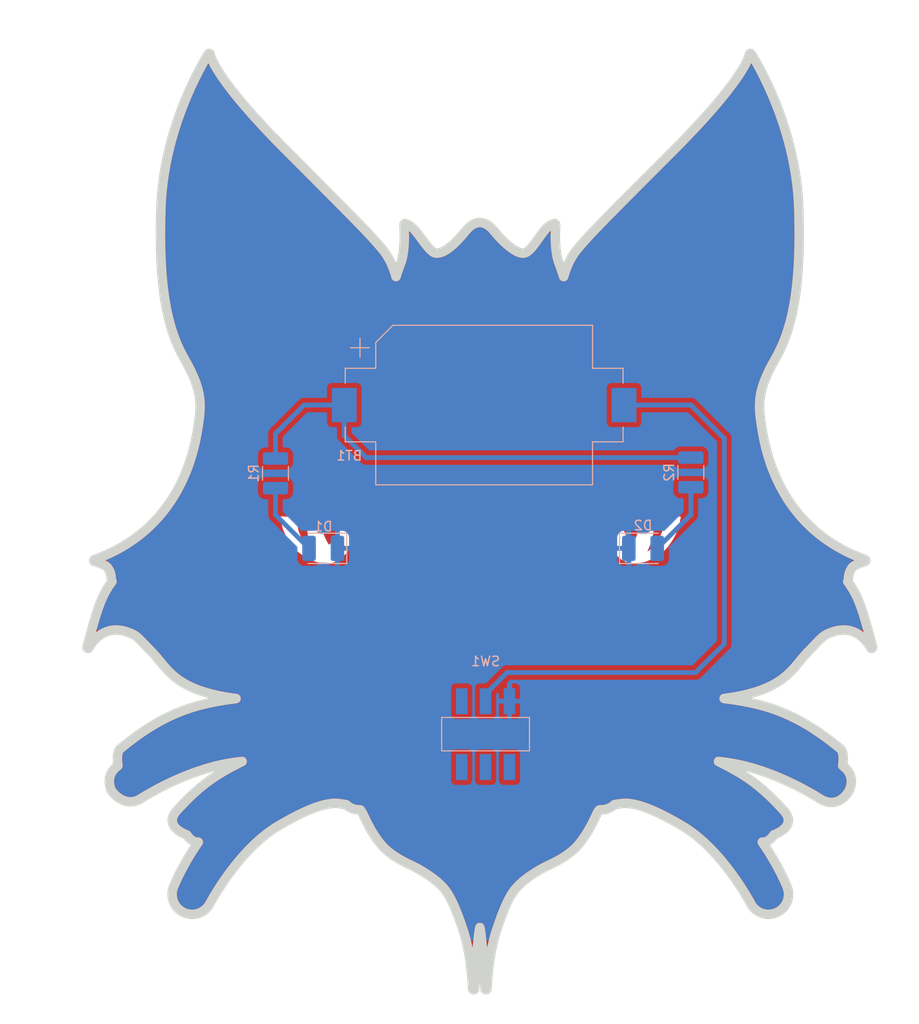
<source format=kicad_pcb>
(kicad_pcb (version 20211014) (generator pcbnew)
  (title_block (title "Lynx") (date "2023-09-25") (rev "V 1.3") (company "Kaulquappe05"))
  (layers (0 "F.Cu" signal) (31 "B.Cu" signal) (34 "B.Paste" user) (35 "F.Paste" user) (36 "B.SilkS" user "B.Silkscreen") (37 "F.SilkS" user "F.Silkscreen") (38 "B.Mask" user) (39 "F.Mask" user) (44 "Edge.Cuts" user))
  (net 0 "")
  (net 1 "+3V0")
  (net 2 "Net-(BT1-Pad2)")
  (net 3 "GND")
  (net 4 "Net-(D1-Pad2)")
  (net 5 "Net-(D2-Pad2)")
  (footprint "Graphics" (layer "F.Cu") (at 29.4 30.2)
    (fp_text reference "")
    (fp_text value "")
  )
  (footprint "Graphics" (layer "F.Cu") (at 29.4 30.2)
    (fp_text reference "")
    (fp_text value "")
  )
  (footprint "MSS22D18G2:MSS22D18G2" (layer "B.Cu") (at 80 102.45 180)
    (fp_text reference "SW1")
    (fp_text value "SW_DPDT_x2")
  )
  (footprint "LED_SMD:LED_1210_3225Metric_Pad1.42x2.65mm_HandSolder" (layer "B.Cu") (at 63 83 180)
    (fp_text reference "D1")
    (fp_text value "LED")
  )
  (footprint "LED_SMD:LED_1210_3225Metric_Pad1.42x2.65mm_HandSolder" (layer "B.Cu") (at 96.4875 83)
    (fp_text reference "D2")
    (fp_text value "LED")
  )
  (footprint "Battery:BatteryHolder_Keystone_1060_1x2032" (layer "B.Cu") (at 79.85 68)
    (fp_text reference "BT1")
    (fp_text value "Battery_Cell")
  )
  (footprint "Resistor_SMD:R_1210_3225Metric_Pad1.30x2.65mm_HandSolder" (layer "B.Cu") (at 58 75.15 -90)
    (fp_text reference "R1")
    (fp_text value "200")
  )
  (footprint "Resistor_SMD:R_1210_3225Metric_Pad1.30x2.65mm_HandSolder" (layer "B.Cu") (at 101.5 75.05 -90)
    (fp_text reference "R2")
    (fp_text value "200")
  )
  (gr_poly (pts (xy 40.88 86.463) (xy 40.852 86.428) (xy 40.834 86.383) (xy 40.82 86.32) (xy 40.816 86.29) (xy 40.81 86.22) (xy 40.803 86.137) (xy 40.795 86.041) (xy 40.782 85.935) (xy 40.763 85.819) (xy 40.736 85.696) (xy 40.699 85.566) (xy 40.649 85.432) (xy 40.585 85.294) (xy 40.505 85.154) (xy 40.435 85.052) (xy 40.363 84.97) (xy 40.276 84.894) (xy 40.176 84.824) (xy 40.066 84.759) (xy 39.95 84.699) (xy 39.85 84.653) (xy 39.735 84.605) (xy 39.622 84.561) (xy 39.512 84.522) (xy 39.409 84.487) (xy 39.313 84.456) (xy 39.227 84.43) (xy 39.154 84.408) (xy 39.096 84.391) (xy 39.054 84.378) (xy 39.049 84.376) (xy 39.012 84.359) (xy 38.989 84.335) (xy 38.977 84.31) (xy 38.972 84.287) (xy 38.972 84.285) (xy 38.974 84.253) (xy 38.988 84.219) (xy 38.994 84.211) (xy 39.009 84.196) (xy 39.039 84.177) (xy 39.067 84.165) (xy 39.579 83.971) (xy 40.074 83.767) (xy 40.554 83.553) (xy 41.017 83.33) (xy 41.464 83.097) (xy 41.896 82.856) (xy 42.313 82.607) (xy 42.715 82.35) (xy 43.102 82.085) (xy 43.475 81.814) (xy 43.834 81.537) (xy 44.18 81.253) (xy 44.512 80.964) (xy 44.83 80.669) (xy 45.136 80.37) (xy 45.429 80.067) (xy 45.71 79.76) (xy 45.978 79.449) (xy 46.235 79.136) (xy 46.481 78.82) (xy 46.715 78.502) (xy 46.938 78.183) (xy 47.151 77.862) (xy 47.353 77.541) (xy 47.545 77.22) (xy 47.727 76.898) (xy 47.899 76.577) (xy 48.063 76.257) (xy 48.217 75.939) (xy 48.362 75.623) (xy 48.5 75.309) (xy 48.628 74.998) (xy 48.75 74.69) (xy 48.863 74.385) (xy 48.969 74.085) (xy 49.068 73.789) (xy 49.16 73.499) (xy 49.246 73.213) (xy 49.326 72.934) (xy 49.399 72.661) (xy 49.467 72.395) (xy 49.53 72.136) (xy 49.588 71.884) (xy 49.64 71.641) (xy 49.688 71.406) (xy 49.732 71.18) (xy 49.772 70.964) (xy 49.808 70.757) (xy 49.841 70.56) (xy 49.871 70.375) (xy 49.898 70.2) (xy 49.922 70.037) (xy 49.944 69.886) (xy 49.963 69.748) (xy 49.981 69.622) (xy 49.984 69.607) (xy 50.02 69.343) (xy 50.05 69.084) (xy 50.074 68.831) (xy 50.091 68.583) (xy 50.101 68.337) (xy 50.104 68.095) (xy 50.099 67.854) (xy 50.086 67.614) (xy 50.064 67.374) (xy 50.033 67.133) (xy 49.994 66.89) (xy 49.944 66.645) (xy 49.885 66.397) (xy 49.815 66.144) (xy 49.735 65.886) (xy 49.643 65.621) (xy 49.54 65.35) (xy 49.426 65.071) (xy 49.299 64.784) (xy 49.159 64.486) (xy 49.007 64.179) (xy 48.842 63.86) (xy 48.663 63.529) (xy 48.469 63.185) (xy 48.461 63.169) (xy 48.335 62.946) (xy 48.212 62.717) (xy 48.091 62.483) (xy 47.973 62.242) (xy 47.857 61.995) (xy 47.743 61.741) (xy 47.632 61.48) (xy 47.523 61.211) (xy 47.417 60.934) (xy 47.314 60.649) (xy 47.214 60.356) (xy 47.117 60.053) (xy 47.024 59.74) (xy 46.933 59.418) (xy 46.846 59.086) (xy 46.762 58.744) (xy 46.682 58.39) (xy 46.605 58.026) (xy 46.532 57.649) (xy 46.463 57.261) (xy 46.398 56.86) (xy 46.337 56.447) (xy 46.281 56.021) (xy 46.228 55.581) (xy 46.18 55.128) (xy 46.136 54.66) (xy 46.096 54.178) (xy 46.062 53.681) (xy 46.032 53.169) (xy 46.007 52.641) (xy 45.986 52.098) (xy 45.971 51.538) (xy 45.961 50.961) (xy 45.956 50.367) (xy 45.957 49.756) (xy 45.963 49.127) (xy 45.974 48.48) (xy 45.991 47.815) (xy 46.009 47.267) (xy 46.033 46.739) (xy 46.067 46.216) (xy 46.11 45.697) (xy 46.162 45.184) (xy 46.222 44.675) (xy 46.291 44.172) (xy 46.367 43.675) (xy 46.451 43.184) (xy 46.541 42.699) (xy 46.638 42.22) (xy 46.741 41.749) (xy 46.85 41.284) (xy 46.964 40.826) (xy 47.082 40.376) (xy 47.205 39.934) (xy 47.332 39.5) (xy 47.462 39.074) (xy 47.595 38.656) (xy 47.731 38.247) (xy 47.87 37.847) (xy 48.01 37.456) (xy 48.151 37.075) (xy 48.294 36.703) (xy 48.437 36.342) (xy 48.58 35.99) (xy 48.723 35.649) (xy 48.865 35.319) (xy 49.006 34.999) (xy 49.146 34.691) (xy 49.284 34.394) (xy 49.419 34.109) (xy 49.552 33.836) (xy 49.681 33.575) (xy 49.807 33.326) (xy 49.928 33.09) (xy 50.046 32.867) (xy 50.158 32.657) (xy 50.265 32.46) (xy 50.366 32.277) (xy 50.461 32.108) (xy 50.55 31.953) (xy 50.632 31.813) (xy 50.706 31.687) (xy 50.772 31.576) (xy 50.83 31.48) (xy 50.88 31.4) (xy 50.92 31.335) (xy 50.951 31.286) (xy 50.972 31.253) (xy 50.983 31.237) (xy 50.984 31.234) (xy 51.015 31.204) (xy 51.055 31.19) (xy 51.093 31.193) (xy 51.131 31.212) (xy 51.158 31.245) (xy 51.168 31.283) (xy 51.168 31.287) (xy 51.17 31.302) (xy 51.175 31.327) (xy 51.182 31.362) (xy 51.194 31.408) (xy 51.211 31.466) (xy 51.233 31.535) (xy 51.262 31.616) (xy 51.299 31.71) (xy 51.343 31.816) (xy 51.397 31.936) (xy 51.46 32.07) (xy 51.534 32.217) (xy 51.619 32.378) (xy 51.716 32.552) (xy 51.794 32.688) (xy 51.879 32.831) (xy 51.972 32.982) (xy 52.072 33.142) (xy 52.18 33.309) (xy 52.296 33.485) (xy 52.42 33.669) (xy 52.553 33.861) (xy 52.696 34.062) (xy 52.847 34.272) (xy 53.009 34.49) (xy 53.18 34.718) (xy 53.361 34.954) (xy 53.553 35.2) (xy 53.756 35.455) (xy 53.97 35.72) (xy 54.195 35.995) (xy 54.432 36.279) (xy 54.681 36.573) (xy 54.942 36.877) (xy 55.216 37.191) (xy 55.502 37.516) (xy 55.802 37.851) (xy 56.116 38.196) (xy 56.443 38.553) (xy 56.784 38.92) (xy 57.139 39.298) (xy 57.51 39.687) (xy 57.895 40.087) (xy 58.295 40.499) (xy 58.711 40.922) (xy 59.143 41.356) (xy 59.215 41.429) (xy 59.639 41.853) (xy 60.049 42.263) (xy 60.445 42.659) (xy 60.828 43.042) (xy 61.198 43.413) (xy 61.555 43.77) (xy 61.899 44.115) (xy 62.232 44.448) (xy 62.552 44.769) (xy 62.86 45.079) (xy 63.157 45.377) (xy 63.443 45.664) (xy 63.718 45.941) (xy 63.982 46.207) (xy 64.236 46.463) (xy 64.48 46.709) (xy 64.715 46.945) (xy 64.939 47.172) (xy 65.155 47.39) (xy 65.361 47.599) (xy 65.559 47.799) (xy 65.748 47.991) (xy 65.929 48.175) (xy 66.103 48.352) (xy 66.268 48.521) (xy 66.427 48.683) (xy 66.578 48.838) (xy 66.723 48.987) (xy 66.861 49.129) (xy 66.993 49.266) (xy 67.118 49.396) (xy 67.239 49.521) (xy 67.354 49.641) (xy 67.463 49.756) (xy 67.568 49.867) (xy 67.668 49.973) (xy 67.764 50.075) (xy 67.856 50.173) (xy 67.945 50.268) (xy 68.03 50.359) (xy 68.111 50.448) (xy 68.19 50.534) (xy 68.266 50.617) (xy 68.339 50.699) (xy 68.411 50.778) (xy 68.481 50.856) (xy 68.549 50.933) (xy 68.616 51.009) (xy 68.682 51.084) (xy 68.747 51.158) (xy 68.811 51.232) (xy 68.876 51.307) (xy 68.941 51.382) (xy 69.006 51.457) (xy 69.071 51.534) (xy 69.085 51.55) (xy 69.279 51.788) (xy 69.457 52.027) (xy 69.62 52.267) (xy 69.768 52.506) (xy 69.901 52.741) (xy 70.022 52.973) (xy 70.13 53.198) (xy 70.226 53.416) (xy 70.311 53.625) (xy 70.386 53.824) (xy 70.452 54.01) (xy 70.509 54.183) (xy 70.558 54.341) (xy 70.6 54.482) (xy 70.622 54.558) (xy 70.66 54.436) (xy 70.704 54.297) (xy 70.756 54.14) (xy 70.814 53.966) (xy 70.88 53.778) (xy 70.953 53.575) (xy 71.033 53.358) (xy 71.095 53.195) (xy 71.179 52.956) (xy 71.252 52.701) (xy 71.315 52.429) (xy 71.368 52.14) (xy 71.411 51.834) (xy 71.445 51.512) (xy 71.47 51.171) (xy 71.486 50.813) (xy 71.493 50.438) (xy 71.491 50.044) (xy 71.481 49.633) (xy 71.463 49.203) (xy 71.46 49.141) (xy 71.463 49.093) (xy 71.475 49.059) (xy 71.491 49.035) (xy 71.505 49.022) (xy 71.51 49.019) (xy 71.551 49.004) (xy 71.576 49.005) (xy 71.601 49.011) (xy 71.63 49.029) (xy 71.64 49.039) (xy 71.642 49.041) (xy 71.76 49.067) (xy 71.88 49.112) (xy 72 49.174) (xy 72.12 49.252) (xy 72.241 49.347) (xy 72.301 49.398) (xy 72.447 49.539) (xy 72.594 49.696) (xy 72.741 49.867) (xy 72.888 50.05) (xy 73.036 50.241) (xy 73.183 50.438) (xy 73.317 50.62) (xy 73.46 50.814) (xy 73.603 51.005) (xy 73.744 51.19) (xy 73.885 51.366) (xy 74.026 51.531) (xy 74.165 51.681) (xy 74.291 51.803) (xy 74.39 51.888) (xy 74.488 51.962) (xy 74.585 52.021) (xy 74.681 52.065) (xy 74.776 52.092) (xy 74.854 52.101) (xy 75.002 52.095) (xy 75.153 52.07) (xy 75.306 52.029) (xy 75.459 51.972) (xy 75.614 51.9) (xy 75.768 51.816) (xy 75.923 51.721) (xy 76.077 51.615) (xy 76.185 51.536) (xy 76.382 51.379) (xy 76.576 51.211) (xy 76.765 51.036) (xy 76.949 50.856) (xy 77.125 50.673) (xy 77.295 50.491) (xy 77.455 50.312) (xy 77.606 50.139) (xy 77.746 49.974) (xy 77.874 49.821) (xy 77.918 49.768) (xy 78.072 49.593) (xy 78.226 49.437) (xy 78.381 49.301) (xy 78.535 49.185) (xy 78.69 49.088) (xy 78.845 49.01) (xy 79 48.952) (xy 79.154 48.912) (xy 79.308 48.891) (xy 79.411 48.887) (xy 79.569 48.898) (xy 79.726 48.928) (xy 79.884 48.978) (xy 80.041 49.047) (xy 80.197 49.137) (xy 80.354 49.246) (xy 80.509 49.374) (xy 80.664 49.523) (xy 80.818 49.692) (xy 80.883 49.769) (xy 80.995 49.904) (xy 81.12 50.05) (xy 81.257 50.206) (xy 81.405 50.369) (xy 81.563 50.537) (xy 81.728 50.707) (xy 81.901 50.878) (xy 82.08 51.046) (xy 82.263 51.21) (xy 82.45 51.367) (xy 82.639 51.516) (xy 82.654 51.527) (xy 82.806 51.637) (xy 82.958 51.739) (xy 83.109 51.832) (xy 83.259 51.912) (xy 83.406 51.981) (xy 83.551 52.035) (xy 83.692 52.074) (xy 83.83 52.096) (xy 83.947 52.101) (xy 84.052 52.089) (xy 84.156 52.058) (xy 84.259 52.011) (xy 84.362 51.948) (xy 84.464 51.872) (xy 84.549 51.8) (xy 84.689 51.665) (xy 84.827 51.512) (xy 84.965 51.346) (xy 85.103 51.168) (xy 85.24 50.981) (xy 85.377 50.79) (xy 85.503 50.611) (xy 85.643 50.413) (xy 85.783 50.218) (xy 85.923 50.029) (xy 86.064 49.848) (xy 86.205 49.679) (xy 86.346 49.524) (xy 86.487 49.388) (xy 86.606 49.288) (xy 86.726 49.204) (xy 86.846 49.135) (xy 86.968 49.083) (xy 87.089 49.05) (xy 87.159 49.039) (xy 87.16 49.039) (xy 87.189 49.016) (xy 87.216 49.006) (xy 87.224 49.005) (xy 87.257 49.005) (xy 87.289 49.016) (xy 87.317 49.043) (xy 87.324 49.052) (xy 87.331 49.068) (xy 87.338 49.099) (xy 87.34 49.141) (xy 87.321 49.573) (xy 87.31 49.987) (xy 87.307 50.383) (xy 87.313 50.761) (xy 87.327 51.122) (xy 87.351 51.465) (xy 87.383 51.79) (xy 87.425 52.098) (xy 87.477 52.389) (xy 87.538 52.664) (xy 87.61 52.921) (xy 87.692 53.162) (xy 87.705 53.195) (xy 87.79 53.421) (xy 87.868 53.634) (xy 87.939 53.833) (xy 88.003 54.017) (xy 88.059 54.186) (xy 88.109 54.338) (xy 88.152 54.473) (xy 88.179 54.558) (xy 88.216 54.428) (xy 88.261 54.28) (xy 88.313 54.116) (xy 88.373 53.937) (xy 88.443 53.746) (xy 88.522 53.543) (xy 88.611 53.33) (xy 88.712 53.109) (xy 88.825 52.881) (xy 88.951 52.648) (xy 89.09 52.411) (xy 89.243 52.171) (xy 89.412 51.931) (xy 89.596 51.692) (xy 89.715 51.55) (xy 89.781 51.473) (xy 89.846 51.397) (xy 89.911 51.322) (xy 89.975 51.248) (xy 90.04 51.173) (xy 90.105 51.099) (xy 90.171 51.024) (xy 90.237 50.949) (xy 90.305 50.872) (xy 90.375 50.794) (xy 90.446 50.715) (xy 90.519 50.634) (xy 90.594 50.551) (xy 90.673 50.466) (xy 90.753 50.378) (xy 90.838 50.287) (xy 90.925 50.193) (xy 91.016 50.095) (xy 91.111 49.994) (xy 91.211 49.889) (xy 91.315 49.78) (xy 91.423 49.665) (xy 91.537 49.547) (xy 91.656 49.423) (xy 91.781 49.293) (xy 91.912 49.158) (xy 92.049 49.017) (xy 92.192 48.87) (xy 92.342 48.716) (xy 92.499 48.555) (xy 92.663 48.387) (xy 92.834 48.212) (xy 93.014 48.03) (xy 93.202 47.839) (xy 93.398 47.64) (xy 93.602 47.433) (xy 93.816 47.217) (xy 94.038 46.992) (xy 94.271 46.758) (xy 94.513 46.514) (xy 94.764 46.26) (xy 95.027 45.997) (xy 95.299 45.722) (xy 95.583 45.437) (xy 95.878 45.141) (xy 96.184 44.834) (xy 96.502 44.515) (xy 96.831 44.185) (xy 97.173 43.842) (xy 97.528 43.487) (xy 97.895 43.12) (xy 98.275 42.739) (xy 98.668 42.345) (xy 99.076 41.938) (xy 99.496 41.517) (xy 99.585 41.429) (xy 100.019 40.992) (xy 100.438 40.567) (xy 100.841 40.154) (xy 101.228 39.752) (xy 101.601 39.361) (xy 101.959 38.981) (xy 102.302 38.612) (xy 102.632 38.254) (xy 102.947 37.907) (xy 103.249 37.57) (xy 103.538 37.244) (xy 103.814 36.928) (xy 104.077 36.622) (xy 104.328 36.326) (xy 104.567 36.04) (xy 104.794 35.764) (xy 105.01 35.498) (xy 105.215 35.241) (xy 105.408 34.994) (xy 105.591 34.756) (xy 105.764 34.527) (xy 105.927 34.307) (xy 106.08 34.096) (xy 106.224 33.893) (xy 106.359 33.699) (xy 106.485 33.514) (xy 106.602 33.337) (xy 106.711 33.169) (xy 106.813 33.008) (xy 106.906 32.855) (xy 106.993 32.711) (xy 107.072 32.573) (xy 107.084 32.552) (xy 107.182 32.376) (xy 107.267 32.214) (xy 107.341 32.067) (xy 107.404 31.934) (xy 107.458 31.815) (xy 107.502 31.708) (xy 107.538 31.615) (xy 107.567 31.534) (xy 107.589 31.465) (xy 107.606 31.407) (xy 107.618 31.361) (xy 107.625 31.326) (xy 107.63 31.302) (xy 107.632 31.287) (xy 107.632 31.283) (xy 107.644 31.241) (xy 107.672 31.209) (xy 107.707 31.193) (xy 107.75 31.191) (xy 107.789 31.207) (xy 107.816 31.234) (xy 107.821 31.243) (xy 107.837 31.268) (xy 107.863 31.309) (xy 107.899 31.366) (xy 107.944 31.438) (xy 107.998 31.527) (xy 108.06 31.63) (xy 108.131 31.749) (xy 108.209 31.882) (xy 108.294 32.03) (xy 108.386 32.192) (xy 108.484 32.368) (xy 108.588 32.558) (xy 108.698 32.761) (xy 108.813 32.978) (xy 108.933 33.207) (xy 109.056 33.45) (xy 109.184 33.705) (xy 109.315 33.972) (xy 109.449 34.251) (xy 109.585 34.542) (xy 109.724 34.845) (xy 109.865 35.159) (xy 110.006 35.484) (xy 110.149 35.82) (xy 110.292 36.166) (xy 110.435 36.523) (xy 110.578 36.889) (xy 110.72 37.266) (xy 110.861 37.652) (xy 111 38.048) (xy 111.138 38.452) (xy 111.272 38.866) (xy 111.404 39.287) (xy 111.533 39.718) (xy 111.658 40.156) (xy 111.778 40.602) (xy 111.894 41.056) (xy 112.006 41.517) (xy 112.111 41.986) (xy 112.211 42.461) (xy 112.305 42.943) (xy 112.392 43.431) (xy 112.472 43.925) (xy 112.545 44.425) (xy 112.609 44.931) (xy 112.666 45.442) (xy 112.713 45.958) (xy 112.752 46.479) (xy 112.78 47.005) (xy 112.791 47.267) (xy 112.813 47.948) (xy 112.828 48.61) (xy 112.839 49.253) (xy 112.844 49.878) (xy 112.843 50.486) (xy 112.837 51.076) (xy 112.826 51.65) (xy 112.81 52.206) (xy 112.789 52.747) (xy 112.763 53.272) (xy 112.732 53.781) (xy 112.696 54.275) (xy 112.656 54.754) (xy 112.611 55.219) (xy 112.562 55.669) (xy 112.509 56.106) (xy 112.451 56.53) (xy 112.389 56.941) (xy 112.323 57.339) (xy 112.254 57.725) (xy 112.18 58.099) (xy 112.103 58.461) (xy 112.022 58.812) (xy 111.937 59.153) (xy 111.849 59.483) (xy 111.758 59.803) (xy 111.664 60.113) (xy 111.566 60.414) (xy 111.466 60.706) (xy 111.362 60.99) (xy 111.256 61.265) (xy 111.147 61.532) (xy 111.035 61.792) (xy 110.921 62.044) (xy 110.804 62.29) (xy 110.685 62.53) (xy 110.563 62.763) (xy 110.44 62.99) (xy 110.34 63.169) (xy 110.146 63.514) (xy 109.966 63.845) (xy 109.8 64.165) (xy 109.647 64.473) (xy 109.507 64.77) (xy 109.38 65.059) (xy 109.265 65.338) (xy 109.161 65.609) (xy 109.069 65.874) (xy 108.988 66.132) (xy 108.918 66.385) (xy 108.858 66.634) (xy 108.808 66.879) (xy 108.768 67.122) (xy 108.737 67.363) (xy 108.715 67.603) (xy 108.701 67.843) (xy 108.696 68.084) (xy 108.698 68.326) (xy 108.708 68.571) (xy 108.725 68.82) (xy 108.749 69.073) (xy 108.779 69.331) (xy 108.815 69.595) (xy 108.816 69.607) (xy 108.834 69.731) (xy 108.854 69.868) (xy 108.875 70.017) (xy 108.899 70.179) (xy 108.926 70.352) (xy 108.955 70.536) (xy 108.987 70.731) (xy 109.023 70.937) (xy 109.062 71.152) (xy 109.106 71.377) (xy 109.153 71.611) (xy 109.205 71.853) (xy 109.262 72.103) (xy 109.324 72.362) (xy 109.392 72.627) (xy 109.465 72.899) (xy 109.543 73.178) (xy 109.628 73.462) (xy 109.72 73.752) (xy 109.818 74.047) (xy 109.923 74.347) (xy 110.036 74.651) (xy 110.156 74.958) (xy 110.284 75.269) (xy 110.42 75.583) (xy 110.564 75.899) (xy 110.717 76.217) (xy 110.879 76.537) (xy 111.051 76.857) (xy 111.232 77.179) (xy 111.422 77.5) (xy 111.623 77.822) (xy 111.834 78.142) (xy 112.056 78.462) (xy 112.289 78.78) (xy 112.533 79.096) (xy 112.788 79.41) (xy 113.055 79.721) (xy 113.335 80.028) (xy 113.626 80.332) (xy 113.93 80.632) (xy 114.247 80.927) (xy 114.577 81.216) (xy 114.921 81.501) (xy 115.278 81.779) (xy 115.65 82.051) (xy 116.035 82.317) (xy 116.435 82.575) (xy 116.85 82.825) (xy 117.28 83.067) (xy 117.726 83.301) (xy 118.187 83.526) (xy 118.664 83.741) (xy 119.157 83.946) (xy 119.667 84.141) (xy 119.733 84.165) (xy 119.775 84.186) (xy 119.803 84.21) (xy 119.818 84.232) (xy 119.824 84.248) (xy 119.825 84.248) (xy 119.827 84.291) (xy 119.816 84.324) (xy 119.799 84.347) (xy 119.77 84.369) (xy 119.765 84.371) (xy 119.771 84.368) (xy 119.746 84.377) (xy 119.703 84.39) (xy 119.645 84.408) (xy 119.573 84.429) (xy 119.49 84.455) (xy 119.397 84.485) (xy 119.297 84.519) (xy 119.191 84.557) (xy 119.081 84.599) (xy 118.971 84.645) (xy 118.957 84.651) (xy 118.837 84.706) (xy 118.721 84.767) (xy 118.613 84.832) (xy 118.514 84.903) (xy 118.428 84.98) (xy 118.367 85.052) (xy 118.273 85.192) (xy 118.197 85.331) (xy 118.138 85.468) (xy 118.091 85.602) (xy 118.057 85.73) (xy 118.033 85.852) (xy 118.016 85.965) (xy 118.004 86.068) (xy 117.996 86.161) (xy 117.99 86.241) (xy 117.985 86.29) (xy 117.973 86.361) (xy 117.957 86.413) (xy 117.949 86.428) (xy 117.921 86.463) (xy 118.021 86.604) (xy 118.118 86.743) (xy 118.211 86.881) (xy 118.301 87.018) (xy 118.388 87.157) (xy 118.473 87.297) (xy 118.555 87.438) (xy 118.635 87.583) (xy 118.713 87.731) (xy 118.79 87.883) (xy 118.865 88.039) (xy 118.94 88.201) (xy 119.013 88.37) (xy 119.087 88.545) (xy 119.159 88.727) (xy 119.232 88.918) (xy 119.306 89.118) (xy 119.379 89.327) (xy 119.454 89.547) (xy 119.529 89.778) (xy 119.606 90.02) (xy 119.685 90.275) (xy 119.765 90.543) (xy 119.848 90.825) (xy 119.932 91.121) (xy 120.02 91.433) (xy 120.11 91.76) (xy 120.204 92.104) (xy 120.301 92.465) (xy 120.401 92.844) (xy 120.506 93.242) (xy 120.534 93.349) (xy 120.538 93.389) (xy 120.53 93.421) (xy 120.514 93.443) (xy 120.497 93.459) (xy 120.481 93.468) (xy 120.475 93.471) (xy 120.455 93.477) (xy 120.429 93.479) (xy 120.398 93.471) (xy 120.371 93.453) (xy 120.36 93.44) (xy 120.34 93.411) (xy 120.32 93.379) (xy 120.298 93.34) (xy 120.268 93.291) (xy 120.233 93.233) (xy 120.19 93.167) (xy 120.142 93.094) (xy 120.086 93.015) (xy 120.024 92.93) (xy 119.955 92.841) (xy 119.88 92.749) (xy 119.798 92.654) (xy 119.709 92.557) (xy 119.613 92.459) (xy 119.511 92.362) (xy 119.401 92.266) (xy 119.285 92.173) (xy 119.162 92.082) (xy 119.031 91.995) (xy 118.894 91.913) (xy 118.749 91.837) (xy 118.598 91.767) (xy 118.439 91.706) (xy 118.273 91.652) (xy 118.1 91.609) (xy 117.92 91.576) (xy 117.732 91.554) (xy 117.537 91.544) (xy 117.334 91.548) (xy 117.124 91.566) (xy 116.907 91.599) (xy 116.682 91.648) (xy 116.45 91.714) (xy 116.289 91.769) (xy 116.173 91.811) (xy 116.066 91.852) (xy 115.967 91.892) (xy 115.875 91.931) (xy 115.789 91.971) (xy 115.708 92.011) (xy 115.631 92.053) (xy 115.558 92.097) (xy 115.487 92.143) (xy 115.417 92.193) (xy 115.347 92.246) (xy 115.276 92.304) (xy 115.204 92.368) (xy 115.128 92.437) (xy 115.05 92.512) (xy 114.966 92.595) (xy 114.877 92.685) (xy 114.781 92.783) (xy 114.678 92.891) (xy 114.566 93.008) (xy 114.444 93.135) (xy 114.312 93.272) (xy 114.168 93.421) (xy 114.012 93.583) (xy 113.842 93.757) (xy 113.787 93.812) (xy 113.668 93.936) (xy 113.552 94.062) (xy 113.438 94.189) (xy 113.326 94.318) (xy 113.216 94.448) (xy 113.107 94.579) (xy 112.997 94.711) (xy 112.888 94.844) (xy 112.778 94.978) (xy 112.666 95.112) (xy 112.553 95.247) (xy 112.437 95.382) (xy 112.319 95.516) (xy 112.197 95.651) (xy 112.07 95.785) (xy 111.94 95.919) (xy 111.804 96.052) (xy 111.663 96.185) (xy 111.515 96.316) (xy 111.361 96.446) (xy 111.199 96.575) (xy 111.03 96.702) (xy 110.852 96.828) (xy 110.666 96.952) (xy 110.47 97.074) (xy 110.264 97.194) (xy 110.047 97.312) (xy 109.82 97.427) (xy 109.581 97.54) (xy 109.33 97.65) (xy 109.066 97.757) (xy 108.789 97.86) (xy 108.498 97.961) (xy 108.193 98.058) (xy 107.873 98.152) (xy 107.538 98.241) (xy 107.187 98.327) (xy 106.82 98.409) (xy 106.435 98.486) (xy 106.033 98.56) (xy 105.613 98.628) (xy 105.174 98.692) (xy 104.98 98.718) (xy 105.213 98.748) (xy 105.589 98.798) (xy 105.961 98.852) (xy 106.331 98.909) (xy 106.698 98.969) (xy 107.064 99.034) (xy 107.429 99.103) (xy 107.792 99.178) (xy 108.154 99.258) (xy 108.516 99.345) (xy 108.878 99.438) (xy 109.24 99.539) (xy 109.603 99.648) (xy 109.966 99.765) (xy 110.331 99.892) (xy 110.698 100.027) (xy 111.067 100.173) (xy 111.438 100.329) (xy 111.812 100.496) (xy 112.188 100.675) (xy 112.569 100.866) (xy 112.953 101.069) (xy 113.341 101.285) (xy 113.733 101.515) (xy 114.131 101.76) (xy 114.533 102.019) (xy 114.941 102.293) (xy 115.355 102.583) (xy 115.775 102.889) (xy 116.202 103.212) (xy 116.636 103.552) (xy 117.077 103.91) (xy 117.181 103.996) (xy 117.237 104.054) (xy 117.287 104.13) (xy 117.332 104.224) (xy 117.371 104.334) (xy 117.377 104.356) (xy 117.408 104.494) (xy 117.432 104.647) (xy 117.447 104.815) (xy 117.454 104.994) (xy 117.452 105.183) (xy 117.441 105.379) (xy 117.42 105.581) (xy 117.397 105.749) (xy 117.485 105.819) (xy 117.637 105.949) (xy 117.771 106.082) (xy 117.886 106.216) (xy 117.985 106.352) (xy 118.069 106.488) (xy 118.138 106.624) (xy 118.193 106.759) (xy 118.236 106.892) (xy 118.267 107.024) (xy 118.288 107.153) (xy 118.299 107.28) (xy 118.302 107.402) (xy 118.298 107.52) (xy 118.288 107.634) (xy 118.272 107.742) (xy 118.253 107.844) (xy 118.23 107.939) (xy 118.205 108.027) (xy 118.179 108.107) (xy 118.153 108.179) (xy 118.128 108.242) (xy 118.105 108.296) (xy 118.085 108.339) (xy 118.069 108.371) (xy 118.059 108.392) (xy 118.047 108.415) (xy 118.027 108.449) (xy 118.002 108.491) (xy 117.969 108.542) (xy 117.93 108.599) (xy 117.884 108.662) (xy 117.832 108.73) (xy 117.773 108.801) (xy 117.708 108.875) (xy 117.637 108.951) (xy 117.559 109.027) (xy 117.475 109.103) (xy 117.384 109.177) (xy 117.288 109.248) (xy 117.185 109.316) (xy 117.076 109.379) (xy 116.961 109.436) (xy 116.841 109.486) (xy 116.714 109.528) (xy 116.581 109.561) (xy 116.442 109.585) (xy 116.298 109.597) (xy 116.148 109.597) (xy 115.992 109.583) (xy 115.83 109.556) (xy 115.663 109.513) (xy 115.49 109.453) (xy 115.311 109.376) (xy 115.185 109.313) (xy 115.167 109.303) (xy 115.133 109.283) (xy 115.082 109.253) (xy 115.015 109.212) (xy 114.965 109.181) (xy 114.901 109.141) (xy 114.821 109.091) (xy 114.725 109.032) (xy 114.613 108.964) (xy 114.486 108.888) (xy 114.344 108.803) (xy 114.187 108.712) (xy 114.017 108.614) (xy 113.832 108.51) (xy 113.635 108.4) (xy 113.424 108.285) (xy 113.202 108.166) (xy 112.967 108.043) (xy 112.72 107.917) (xy 112.463 107.787) (xy 112.195 107.656) (xy 111.916 107.523) (xy 111.628 107.388) (xy 111.33 107.253) (xy 111.023 107.118) (xy 110.707 106.983) (xy 110.383 106.85) (xy 110.051 106.718) (xy 109.712 106.588) (xy 109.366 106.461) (xy 109.014 106.337) (xy 108.655 106.217) (xy 108.29 106.102) (xy 107.921 105.991) (xy 107.546 105.886) (xy 107.19 105.792) (xy 106.65 105.665) (xy 106.101 105.554) (xy 105.547 105.458) (xy 104.991 105.378) (xy 104.435 105.313) (xy 104.391 105.308) (xy 104.747 105.487) (xy 105.09 105.663) (xy 105.421 105.837) (xy 105.742 106.01) (xy 106.053 106.182) (xy 106.355 106.356) (xy 106.649 106.531) (xy 106.936 106.708) (xy 107.217 106.889) (xy 107.494 107.075) (xy 107.766 107.265) (xy 108.036 107.462) (xy 108.304 107.666) (xy 108.571 107.879) (xy 108.839 108.1) (xy 109.107 108.331) (xy 109.378 108.573) (xy 109.652 108.826) (xy 109.929 109.092) (xy 110.213 109.372) (xy 110.502 109.666) (xy 110.798 109.976) (xy 111.103 110.302) (xy 111.224 110.434) (xy 111.234 110.447) (xy 111.354 110.591) (xy 111.455 110.732) (xy 111.537 110.87) (xy 111.603 111.004) (xy 111.652 111.134) (xy 111.685 111.261) (xy 111.703 111.384) (xy 111.708 111.503) (xy 111.698 111.618) (xy 111.677 111.73) (xy 111.67 111.756) (xy 111.622 111.889) (xy 111.557 112.018) (xy 111.475 112.14) (xy 111.377 112.257) (xy 111.267 112.368) (xy 111.143 112.474) (xy 111.009 112.573) (xy 110.865 112.667) (xy 110.713 112.755) (xy 110.554 112.837) (xy 110.389 112.913) (xy 110.221 112.983) (xy 110.188 112.995) (xy 110.093 113.126) (xy 109.994 113.247) (xy 109.891 113.358) (xy 109.784 113.458) (xy 109.673 113.546) (xy 109.559 113.619) (xy 109.441 113.678) (xy 109.319 113.722) (xy 109.194 113.748) (xy 109.065 113.757) (xy 108.979 113.752) (xy 109.171 114.033) (xy 109.357 114.311) (xy 109.535 114.585) (xy 109.706 114.855) (xy 109.869 115.119) (xy 110.024 115.378) (xy 110.173 115.631) (xy 110.313 115.876) (xy 110.447 116.115) (xy 110.573 116.345) (xy 110.691 116.567) (xy 110.802 116.779) (xy 110.906 116.982) (xy 111.002 117.174) (xy 111.091 117.355) (xy 111.172 117.524) (xy 111.246 117.681) (xy 111.313 117.825) (xy 111.373 117.956) (xy 111.425 118.073) (xy 111.469 118.175) (xy 111.506 118.262) (xy 111.536 118.333) (xy 111.559 118.387) (xy 111.574 118.425) (xy 111.582 118.444) (xy 111.583 118.447) (xy 111.583 118.448) (xy 111.648 118.639) (xy 111.693 118.833) (xy 111.72 119.027) (xy 111.728 119.221) (xy 111.719 119.413) (xy 111.691 119.603) (xy 111.647 119.789) (xy 111.587 119.969) (xy 111.51 120.144) (xy 111.418 120.311) (xy 111.311 120.469) (xy 111.189 120.618) (xy 111.054 120.755) (xy 110.904 120.881) (xy 110.741 120.994) (xy 110.566 121.092) (xy 110.504 121.121) (xy 110.316 121.197) (xy 110.126 121.253) (xy 109.933 121.291) (xy 109.74 121.31) (xy 109.548 121.312) (xy 109.357 121.296) (xy 109.169 121.262) (xy 108.985 121.212) (xy 108.807 121.146) (xy 108.635 121.063) (xy 108.471 120.966) (xy 108.315 120.853) (xy 108.17 120.725) (xy 108.036 120.583) (xy 107.914 120.427) (xy 107.806 120.257) (xy 107.773 120.197) (xy 107.768 120.188) (xy 107.754 120.162) (xy 107.731 120.12) (xy 107.7 120.062) (xy 107.659 119.988) (xy 107.61 119.9) (xy 107.553 119.799) (xy 107.486 119.683) (xy 107.412 119.556) (xy 107.33 119.416) (xy 107.239 119.265) (xy 107.141 119.103) (xy 107.034 118.93) (xy 106.92 118.749) (xy 106.799 118.558) (xy 106.67 118.359) (xy 106.534 118.153) (xy 106.39 117.94) (xy 106.24 117.72) (xy 106.082 117.495) (xy 105.918 117.264) (xy 105.747 117.029) (xy 105.569 116.791) (xy 105.385 116.549) (xy 105.195 116.304) (xy 104.998 116.058) (xy 104.795 115.81) (xy 104.587 115.562) (xy 104.372 115.314) (xy 104.152 115.066) (xy 103.926 114.819) (xy 103.694 114.575) (xy 103.458 114.333) (xy 103.216 114.094) (xy 102.968 113.859) (xy 102.716 113.628) (xy 102.459 113.402) (xy 102.197 113.182) (xy 101.931 112.968) (xy 101.66 112.761) (xy 101.385 112.562) (xy 101.105 112.371) (xy 100.821 112.189) (xy 100.623 112.069) (xy 100.266 111.86) (xy 99.925 111.665) (xy 99.598 111.482) (xy 99.284 111.311) (xy 98.985 111.152) (xy 98.698 111.004) (xy 98.425 110.867) (xy 98.164 110.741) (xy 97.916 110.624) (xy 97.68 110.517) (xy 97.456 110.42) (xy 97.243 110.33) (xy 97.042 110.25) (xy 96.852 110.177) (xy 96.672 110.111) (xy 96.503 110.052) (xy 96.344 110) (xy 96.195 109.954) (xy 96.055 109.913) (xy 95.925 109.878) (xy 95.803 109.848) (xy 95.69 109.821) (xy 95.586 109.799) (xy 95.489 109.781) (xy 95.401 109.765) (xy 95.32 109.752) (xy 95.245 109.741) (xy 95.178 109.732) (xy 95.118 109.724) (xy 95.063 109.717) (xy 95.015 109.711) (xy 94.973 109.705) (xy 94.964 109.703) (xy 94.867 109.691) (xy 94.759 109.686) (xy 94.641 109.687) (xy 94.517 109.692) (xy 94.387 109.702) (xy 94.257 109.714) (xy 94.127 109.73) (xy 94 109.746) (xy 93.88 109.764) (xy 93.768 109.782) (xy 93.668 109.799) (xy 93.581 109.814) (xy 93.511 109.827) (xy 93.495 109.83) (xy 93.362 109.945) (xy 93.23 110.041) (xy 93.101 110.121) (xy 92.976 110.186) (xy 92.856 110.237) (xy 92.742 110.277) (xy 92.635 110.306) (xy 92.536 110.328) (xy 92.446 110.342) (xy 92.367 110.351) (xy 92.298 110.357) (xy 92.248 110.361) (xy 92.045 110.368) (xy 91.955 110.366) (xy 91.887 110.411) (xy 91.855 110.442) (xy 91.82 110.49) (xy 91.805 110.515) (xy 91.753 110.603) (xy 91.697 110.709) (xy 91.636 110.832) (xy 91.592 110.923) (xy 91.511 111.091) (xy 91.423 111.276) (xy 91.326 111.477) (xy 91.22 111.692) (xy 91.104 111.919) (xy 90.977 112.157) (xy 90.84 112.404) (xy 90.69 112.659) (xy 90.529 112.921) (xy 90.354 113.187) (xy 90.166 113.457) (xy 89.963 113.728) (xy 89.746 113.999) (xy 89.722 114.028) (xy 89.561 114.21) (xy 89.391 114.385) (xy 89.213 114.552) (xy 89.028 114.712) (xy 88.838 114.865) (xy 88.644 115.011) (xy 88.447 115.149) (xy 88.249 115.281) (xy 88.052 115.405) (xy 87.856 115.523) (xy 87.664 115.633) (xy 87.475 115.737) (xy 87.293 115.833) (xy 87.118 115.923) (xy 86.951 116.006) (xy 86.795 116.082) (xy 86.65 116.152) (xy 86.517 116.214) (xy 86.399 116.27) (xy 86.296 116.32) (xy 86.211 116.363) (xy 86.183 116.377) (xy 86.096 116.424) (xy 85.993 116.479) (xy 85.875 116.544) (xy 85.744 116.618) (xy 85.602 116.7) (xy 85.448 116.79) (xy 85.286 116.888) (xy 85.117 116.994) (xy 84.942 117.108) (xy 84.762 117.229) (xy 84.579 117.356) (xy 84.394 117.49) (xy 84.209 117.631) (xy 84.025 117.778) (xy 83.844 117.931) (xy 83.667 118.089) (xy 83.495 118.253) (xy 83.331 118.422) (xy 83.175 118.595) (xy 83.033 118.769) (xy 82.923 118.916) (xy 82.815 119.073) (xy 82.709 119.241) (xy 82.605 119.417) (xy 82.504 119.6) (xy 82.404 119.788) (xy 82.308 119.982) (xy 82.214 120.179) (xy 82.123 120.378) (xy 82.035 120.578) (xy 81.95 120.778) (xy 81.869 120.976) (xy 81.791 121.172) (xy 81.716 121.364) (xy 81.646 121.551) (xy 81.579 121.731) (xy 81.517 121.904) (xy 81.459 122.068) (xy 81.405 122.223) (xy 81.356 122.366) (xy 81.311 122.496) (xy 81.272 122.613) (xy 81.237 122.716) (xy 81.208 122.802) (xy 81.184 122.87) (xy 81.172 122.902) (xy 81.141 122.988) (xy 81.107 123.094) (xy 81.069 123.216) (xy 81.028 123.354) (xy 80.985 123.506) (xy 80.94 123.672) (xy 80.893 123.851) (xy 80.845 124.04) (xy 80.797 124.239) (xy 80.749 124.446) (xy 80.701 124.661) (xy 80.653 124.882) (xy 80.607 125.107) (xy 80.563 125.337) (xy 80.521 125.568) (xy 80.482 125.801) (xy 80.474 125.854) (xy 80.442 126.062) (xy 80.412 126.274) (xy 80.383 126.488) (xy 80.356 126.704) (xy 80.331 126.919) (xy 80.307 127.133) (xy 80.285 127.344) (xy 80.265 127.55) (xy 80.246 127.751) (xy 80.229 127.945) (xy 80.214 128.13) (xy 80.2 128.305) (xy 80.188 128.47) (xy 80.177 128.622) (xy 80.168 128.76) (xy 80.16 128.882) (xy 80.154 128.988) (xy 80.15 129.076) (xy 80.148 129.109) (xy 80.14 129.149) (xy 80.122 129.177) (xy 80.1 129.195) (xy 80.076 129.205) (xy 80.057 129.21) (xy 80.046 129.211) (xy 80.045 129.211) (xy 80.018 129.207) (xy 79.988 129.192) (xy 79.97 129.174) (xy 79.96 129.16) (xy 79.949 129.131) (xy 79.949 129.128) (xy 79.946 129.109) (xy 79.943 129.071) (xy 79.939 129.015) (xy 79.937 128.995) (xy 79.932 128.913) (xy 79.926 128.813) (xy 79.919 128.694) (xy 79.912 128.559) (xy 79.903 128.409) (xy 79.894 128.245) (xy 79.883 128.067) (xy 79.872 127.878) (xy 79.86 127.677) (xy 79.848 127.467) (xy 79.834 127.249) (xy 79.82 127.023) (xy 79.805 126.791) (xy 79.79 126.554) (xy 79.774 126.313) (xy 79.757 126.069) (xy 79.739 125.823) (xy 79.721 125.578) (xy 79.702 125.332) (xy 79.683 125.089) (xy 79.663 124.849) (xy 79.642 124.612) (xy 79.621 124.381) (xy 79.599 124.157) (xy 79.577 123.94) (xy 79.571 123.878) (xy 79.546 123.653) (xy 79.52 123.441) (xy 79.494 123.243) (xy 79.467 123.06) (xy 79.44 122.894) (xy 79.416 122.763) (xy 79.4 122.688) (xy 79.385 122.763) (xy 79.357 122.912) (xy 79.33 123.079) (xy 79.303 123.264) (xy 79.277 123.464) (xy 79.251 123.678) (xy 79.229 123.878) (xy 79.207 124.093) (xy 79.185 124.315) (xy 79.164 124.545) (xy 79.143 124.779) (xy 79.123 125.019) (xy 79.103 125.261) (xy 79.084 125.506) (xy 79.066 125.752) (xy 79.048 125.998) (xy 79.031 126.242) (xy 79.015 126.484) (xy 78.999 126.722) (xy 78.984 126.956) (xy 78.97 127.184) (xy 78.956 127.404) (xy 78.943 127.617) (xy 78.931 127.82) (xy 78.92 128.013) (xy 78.909 128.194) (xy 78.9 128.363) (xy 78.891 128.517) (xy 78.883 128.657) (xy 78.876 128.78) (xy 78.869 128.886) (xy 78.864 128.973) (xy 78.863 128.995) (xy 78.858 129.057) (xy 78.855 129.1) (xy 78.852 129.125) (xy 78.851 129.128) (xy 78.841 129.158) (xy 78.831 129.173) (xy 78.831 129.174) (xy 78.802 129.198) (xy 78.773 129.209) (xy 78.755 129.211) (xy 78.745 129.21) (xy 78.726 129.206) (xy 78.703 129.197) (xy 78.68 129.18) (xy 78.662 129.153) (xy 78.652 129.115) (xy 78.652 129.109) (xy 78.648 129.029) (xy 78.643 128.931) (xy 78.636 128.815) (xy 78.627 128.684) (xy 78.617 128.538) (xy 78.606 128.379) (xy 78.592 128.208) (xy 78.578 128.026) (xy 78.561 127.836) (xy 78.543 127.638) (xy 78.524 127.434) (xy 78.502 127.225) (xy 78.48 127.013) (xy 78.455 126.798) (xy 78.429 126.582) (xy 78.401 126.367) (xy 78.372 126.154) (xy 78.341 125.944) (xy 78.326 125.854) (xy 78.288 125.621) (xy 78.246 125.389) (xy 78.203 125.159) (xy 78.157 124.932) (xy 78.11 124.71) (xy 78.062 124.494) (xy 78.014 124.285) (xy 77.966 124.084) (xy 77.918 123.893) (xy 77.871 123.712) (xy 77.825 123.543) (xy 77.781 123.387) (xy 77.74 123.246) (xy 77.701 123.12) (xy 77.666 123.011) (xy 77.634 122.92) (xy 77.628 122.902) (xy 77.607 122.843) (xy 77.58 122.767) (xy 77.549 122.674) (xy 77.512 122.565) (xy 77.47 122.442) (xy 77.424 122.306) (xy 77.373 122.158) (xy 77.317 121.999) (xy 77.257 121.831) (xy 77.193 121.655) (xy 77.124 121.472) (xy 77.052 121.282) (xy 76.976 121.089) (xy 76.897 120.892) (xy 76.814 120.692) (xy 76.728 120.492) (xy 76.639 120.292) (xy 76.546 120.094) (xy 76.451 119.899) (xy 76.354 119.707) (xy 76.253 119.521) (xy 76.151 119.341) (xy 76.046 119.168) (xy 75.939 119.005) (xy 75.831 118.851) (xy 75.768 118.769) (xy 75.621 118.59) (xy 75.465 118.417) (xy 75.3 118.248) (xy 75.128 118.085) (xy 74.951 117.926) (xy 74.77 117.774) (xy 74.586 117.627) (xy 74.401 117.487) (xy 74.216 117.353) (xy 74.033 117.225) (xy 73.853 117.105) (xy 73.678 116.991) (xy 73.509 116.886) (xy 73.347 116.787) (xy 73.194 116.697) (xy 73.052 116.616) (xy 72.921 116.542) (xy 72.804 116.478) (xy 72.701 116.422) (xy 72.617 116.377) (xy 72.538 116.337) (xy 72.442 116.29) (xy 72.33 116.237) (xy 72.203 116.176) (xy 72.062 116.11) (xy 71.91 116.036) (xy 71.747 115.956) (xy 71.575 115.869) (xy 71.395 115.775) (xy 71.209 115.674) (xy 71.018 115.566) (xy 70.823 115.451) (xy 70.626 115.329) (xy 70.428 115.2) (xy 70.231 115.065) (xy 70.036 114.922) (xy 69.844 114.771) (xy 69.657 114.614) (xy 69.476 114.45) (xy 69.303 114.278) (xy 69.139 114.099) (xy 69.079 114.028) (xy 68.859 113.757) (xy 68.655 113.486) (xy 68.466 113.216) (xy 68.289 112.949) (xy 68.126 112.687) (xy 67.976 112.431) (xy 67.837 112.183) (xy 67.709 111.944) (xy 67.592 111.715) (xy 67.485 111.499) (xy 67.387 111.297) (xy 67.298 111.11) (xy 67.216 110.94) (xy 67.208 110.923) (xy 67.143 110.789) (xy 67.083 110.671) (xy 67.029 110.571) (xy 66.995 110.515) (xy 66.959 110.46) (xy 66.926 110.422) (xy 66.913 110.411) (xy 66.849 110.369) (xy 66.652 110.361) (xy 66.594 110.357) (xy 66.525 110.351) (xy 66.444 110.341) (xy 66.353 110.326) (xy 66.253 110.303) (xy 66.145 110.273) (xy 66.031 110.232) (xy 65.91 110.179) (xy 65.785 110.113) (xy 65.655 110.032) (xy 65.523 109.933) (xy 65.404 109.83) (xy 65.339 109.818) (xy 65.256 109.803) (xy 65.159 109.787) (xy 65.05 109.769) (xy 64.932 109.751) (xy 64.807 109.734) (xy 64.677 109.718) (xy 64.546 109.705) (xy 64.417 109.694) (xy 64.291 109.688) (xy 64.171 109.686) (xy 64.06 109.689) (xy 63.96 109.699) (xy 63.936 109.703) (xy 63.895 109.71) (xy 63.848 109.716) (xy 63.795 109.723) (xy 63.736 109.73) (xy 63.67 109.739) (xy 63.598 109.749) (xy 63.518 109.762) (xy 63.432 109.777) (xy 63.337 109.795) (xy 63.234 109.816) (xy 63.123 109.841) (xy 63.004 109.87) (xy 62.876 109.905) (xy 62.738 109.944) (xy 62.591 109.989) (xy 62.434 110.039) (xy 62.268 110.096) (xy 62.091 110.16) (xy 61.903 110.232) (xy 61.704 110.311) (xy 61.494 110.398) (xy 61.273 110.494) (xy 61.04 110.598) (xy 60.795 110.713) (xy 60.537 110.837) (xy 60.267 110.971) (xy 59.983 111.116) (xy 59.687 111.273) (xy 59.376 111.441) (xy 59.052 111.621) (xy 58.714 111.813) (xy 58.362 112.019) (xy 58.277 112.069) (xy 57.99 112.244) (xy 57.708 112.429) (xy 57.43 112.623) (xy 57.156 112.825) (xy 56.886 113.034) (xy 56.621 113.249) (xy 56.361 113.471) (xy 56.105 113.699) (xy 55.854 113.931) (xy 55.609 114.167) (xy 55.368 114.407) (xy 55.133 114.65) (xy 54.903 114.895) (xy 54.679 115.142) (xy 54.461 115.39) (xy 54.248 115.639) (xy 54.041 115.887) (xy 53.84 116.134) (xy 53.645 116.38) (xy 53.457 116.624) (xy 53.275 116.865) (xy 53.099 117.102) (xy 52.93 117.336) (xy 52.768 117.565) (xy 52.613 117.789) (xy 52.464 118.006) (xy 52.323 118.218) (xy 52.189 118.422) (xy 52.062 118.618) (xy 51.943 118.806) (xy 51.831 118.985) (xy 51.728 119.154) (xy 51.632 119.312) (xy 51.544 119.46) (xy 51.464 119.596) (xy 51.392 119.72) (xy 51.328 119.831) (xy 51.273 119.929) (xy 51.227 120.013) (xy 51.189 120.081) (xy 51.16 120.135) (xy 51.14 120.172) (xy 51.129 120.193) (xy 51.127 120.197) (xy 51.024 120.371) (xy 50.906 120.532) (xy 50.776 120.679) (xy 50.635 120.811) (xy 50.482 120.929) (xy 50.321 121.032) (xy 50.151 121.12) (xy 49.975 121.192) (xy 49.793 121.247) (xy 49.606 121.286) (xy 49.416 121.308) (xy 49.224 121.313) (xy 49.031 121.3) (xy 48.838 121.268) (xy 48.647 121.218) (xy 48.458 121.149) (xy 48.396 121.121) (xy 48.216 121.028) (xy 48.049 120.92) (xy 47.895 120.799) (xy 47.754 120.665) (xy 47.628 120.52) (xy 47.516 120.365) (xy 47.418 120.201) (xy 47.337 120.029) (xy 47.271 119.85) (xy 47.221 119.666) (xy 47.188 119.477) (xy 47.173 119.286) (xy 47.175 119.092) (xy 47.195 118.898) (xy 47.234 118.704) (xy 47.292 118.512) (xy 47.316 118.448) (xy 47.316 118.447) (xy 47.32 118.438) (xy 47.331 118.411) (xy 47.349 118.366) (xy 47.375 118.305) (xy 47.408 118.227) (xy 47.448 118.134) (xy 47.496 118.026) (xy 47.551 117.903) (xy 47.613 117.767) (xy 47.683 117.617) (xy 47.76 117.455) (xy 47.845 117.28) (xy 47.937 117.095) (xy 48.036 116.898) (xy 48.143 116.691) (xy 48.257 116.475) (xy 48.379 116.25) (xy 48.508 116.016) (xy 48.644 115.774) (xy 48.788 115.526) (xy 48.94 115.27) (xy 49.098 115.009) (xy 49.265 114.742) (xy 49.438 114.471) (xy 49.619 114.195) (xy 49.808 113.916) (xy 49.921 113.752) (xy 49.79 113.756) (xy 49.663 113.741) (xy 49.539 113.709) (xy 49.419 113.66) (xy 49.302 113.596) (xy 49.189 113.517) (xy 49.079 113.426) (xy 48.973 113.322) (xy 48.872 113.207) (xy 48.774 113.083) (xy 48.712 112.995) (xy 48.542 112.927) (xy 48.377 112.852) (xy 48.217 112.771) (xy 48.063 112.685) (xy 47.917 112.592) (xy 47.781 112.493) (xy 47.656 112.389) (xy 47.542 112.279) (xy 47.442 112.163) (xy 47.357 112.042) (xy 47.289 111.914) (xy 47.237 111.782) (xy 47.23 111.756) (xy 47.205 111.645) (xy 47.193 111.531) (xy 47.194 111.412) (xy 47.209 111.29) (xy 47.238 111.164) (xy 47.284 111.035) (xy 47.345 110.902) (xy 47.424 110.765) (xy 47.52 110.625) (xy 47.636 110.481) (xy 47.666 110.447) (xy 47.675 110.434) (xy 47.983 110.102) (xy 48.283 109.786) (xy 48.574 109.486) (xy 48.86 109.2) (xy 49.14 108.929) (xy 49.415 108.671) (xy 49.687 108.424) (xy 49.956 108.189) (xy 50.223 107.964) (xy 50.491 107.749) (xy 50.758 107.541) (xy 51.027 107.342) (xy 51.299 107.149) (xy 51.573 106.961) (xy 51.853 106.779) (xy 52.138 106.6) (xy 52.429 106.424) (xy 52.728 106.25) (xy 53.035 106.077) (xy 53.351 105.905) (xy 53.678 105.731) (xy 54.017 105.556) (xy 54.368 105.379) (xy 54.509 105.308) (xy 53.953 105.373) (xy 53.396 105.452) (xy 52.842 105.546) (xy 52.293 105.656) (xy 51.751 105.782) (xy 51.709 105.792) (xy 51.33 105.892) (xy 50.956 105.998) (xy 50.587 106.109) (xy 50.222 106.225) (xy 49.864 106.345) (xy 49.512 106.469) (xy 49.166 106.596) (xy 48.828 106.726) (xy 48.496 106.858) (xy 48.173 106.992) (xy 47.858 107.126) (xy 47.551 107.261) (xy 47.254 107.396) (xy 46.966 107.531) (xy 46.688 107.664) (xy 46.421 107.795) (xy 46.164 107.924) (xy 45.918 108.051) (xy 45.684 108.174) (xy 45.462 108.293) (xy 45.252 108.407) (xy 45.055 108.516) (xy 44.872 108.62) (xy 44.702 108.718) (xy 44.546 108.809) (xy 44.405 108.892) (xy 44.279 108.968) (xy 44.168 109.036) (xy 44.073 109.094) (xy 43.994 109.143) (xy 43.935 109.181) (xy 43.76 109.282) (xy 43.588 109.365) (xy 43.42 109.43) (xy 43.255 109.478) (xy 43.094 109.511) (xy 42.937 109.53) (xy 42.785 109.535) (xy 42.636 109.528) (xy 42.492 109.509) (xy 42.353 109.48) (xy 42.219 109.442) (xy 42.09 109.397) (xy 41.966 109.344) (xy 41.847 109.285) (xy 41.734 109.221) (xy 41.627 109.153) (xy 41.526 109.082) (xy 41.431 109.01) (xy 41.423 109.004) (xy 41.322 108.919) (xy 41.23 108.836) (xy 41.147 108.754) (xy 41.073 108.677) (xy 41.009 108.606) (xy 40.955 108.542) (xy 40.911 108.488) (xy 40.877 108.444) (xy 40.854 108.412) (xy 40.842 108.395) (xy 40.841 108.392) (xy 40.83 108.37) (xy 40.814 108.337) (xy 40.794 108.294) (xy 40.771 108.24) (xy 40.746 108.177) (xy 40.72 108.105) (xy 40.694 108.024) (xy 40.669 107.936) (xy 40.646 107.84) (xy 40.627 107.738) (xy 40.611 107.63) (xy 40.601 107.516) (xy 40.597 107.398) (xy 40.6 107.275) (xy 40.612 107.149) (xy 40.633 107.019) (xy 40.665 106.888) (xy 40.708 106.754) (xy 40.764 106.619) (xy 40.833 106.483) (xy 40.917 106.347) (xy 41.017 106.212) (xy 41.133 106.077) (xy 41.267 105.945) (xy 41.415 105.819) (xy 41.503 105.749) (xy 41.475 105.544) (xy 41.456 105.343) (xy 41.447 105.148) (xy 41.446 104.961) (xy 41.455 104.783) (xy 41.471 104.618) (xy 41.496 104.467) (xy 41.523 104.356) (xy 41.56 104.243) (xy 41.603 104.146) (xy 41.653 104.067) (xy 41.708 104.005) (xy 41.719 103.996) (xy 42.161 103.634) (xy 42.596 103.29) (xy 43.025 102.963) (xy 43.446 102.653) (xy 43.862 102.359) (xy 44.271 102.081) (xy 44.675 101.819) (xy 45.073 101.571) (xy 45.467 101.338) (xy 45.856 101.118) (xy 46.241 100.912) (xy 46.622 100.718) (xy 47 100.537) (xy 47.374 100.367) (xy 47.746 100.208) (xy 48.115 100.06) (xy 48.482 99.923) (xy 48.848 99.794) (xy 49.212 99.675) (xy 49.575 99.564) (xy 49.937 99.461) (xy 50.299 99.366) (xy 50.661 99.278) (xy 51.023 99.196) (xy 51.386 99.12) (xy 51.75 99.049) (xy 52.115 98.984) (xy 52.482 98.922) (xy 52.852 98.865) (xy 53.223 98.811) (xy 53.598 98.759) (xy 53.686 98.748) (xy 53.869 98.724) (xy 53.421 98.663) (xy 52.992 98.597) (xy 52.581 98.527) (xy 52.187 98.452) (xy 51.811 98.372) (xy 51.452 98.289) (xy 51.108 98.201) (xy 50.781 98.11) (xy 50.468 98.015) (xy 50.17 97.916) (xy 49.886 97.815) (xy 49.615 97.71) (xy 49.358 97.601) (xy 49.112 97.491) (xy 48.879 97.377) (xy 48.657 97.261) (xy 48.445 97.142) (xy 48.244 97.022) (xy 48.052 96.899) (xy 47.87 96.774) (xy 47.696 96.648) (xy 47.531 96.52) (xy 47.372 96.391) (xy 47.221 96.26) (xy 47.077 96.128) (xy 46.938 95.996) (xy 46.805 95.863) (xy 46.676 95.729) (xy 46.552 95.595) (xy 46.431 95.46) (xy 46.314 95.326) (xy 46.2 95.191) (xy 46.087 95.057) (xy 45.977 94.923) (xy 45.867 94.79) (xy 45.758 94.657) (xy 45.649 94.526) (xy 45.539 94.395) (xy 45.429 94.266) (xy 45.316 94.138) (xy 45.202 94.011) (xy 45.085 93.886) (xy 45.013 93.812) (xy 44.839 93.634) (xy 44.678 93.469) (xy 44.531 93.317) (xy 44.395 93.175) (xy 44.27 93.045) (xy 44.156 92.925) (xy 44.05 92.815) (xy 43.952 92.714) (xy 43.86 92.621) (xy 43.775 92.537) (xy 43.695 92.459) (xy 43.619 92.388) (xy 43.546 92.323) (xy 43.475 92.264) (xy 43.405 92.209) (xy 43.335 92.158) (xy 43.264 92.11) (xy 43.191 92.066) (xy 43.116 92.024) (xy 43.036 91.983) (xy 42.952 91.943) (xy 42.862 91.904) (xy 42.765 91.864) (xy 42.66 91.824) (xy 42.547 91.782) (xy 42.511 91.769) (xy 42.273 91.691) (xy 42.043 91.63) (xy 41.821 91.587) (xy 41.606 91.559) (xy 41.399 91.545) (xy 41.199 91.546) (xy 41.006 91.56) (xy 40.821 91.585) (xy 40.643 91.622) (xy 40.472 91.669) (xy 40.308 91.725) (xy 40.152 91.789) (xy 40.003 91.861) (xy 39.86 91.939) (xy 39.725 92.023) (xy 39.597 92.111) (xy 39.476 92.203) (xy 39.362 92.298) (xy 39.255 92.394) (xy 39.155 92.491) (xy 39.061 92.589) (xy 38.974 92.685) (xy 38.895 92.779) (xy 38.821 92.871) (xy 38.755 92.958) (xy 38.695 93.042) (xy 38.642 93.119) (xy 38.595 93.19) (xy 38.555 93.253) (xy 38.521 93.308) (xy 38.494 93.354) (xy 38.48 93.379) (xy 38.454 93.42) (xy 38.436 93.445) (xy 38.429 93.453) (xy 38.397 93.473) (xy 38.367 93.479) (xy 38.341 93.476) (xy 38.325 93.471) (xy 38.313 93.465) (xy 38.296 93.453) (xy 38.279 93.435) (xy 38.266 93.409) (xy 38.262 93.374) (xy 38.266 93.349) (xy 38.372 92.946) (xy 38.473 92.562) (xy 38.571 92.196) (xy 38.666 91.848) (xy 38.757 91.516) (xy 38.845 91.201) (xy 38.931 90.901) (xy 39.014 90.615) (xy 39.094 90.344) (xy 39.173 90.085) (xy 39.251 89.84) (xy 39.327 89.606) (xy 39.401 89.383) (xy 39.475 89.171) (xy 39.549 88.969) (xy 39.622 88.776) (xy 39.694 88.591) (xy 39.768 88.414) (xy 39.841 88.244) (xy 39.915 88.081) (xy 39.99 87.923) (xy 40.067 87.77) (xy 40.145 87.621) (xy 40.224 87.476) (xy 40.306 87.333) (xy 40.39 87.193) (xy 40.476 87.054) (xy 40.565 86.916) (xy 40.658 86.778) (xy 40.753 86.64) (xy 40.853 86.5) (xy 40.88 86.463)) (layer "Edge.Cuts") (width 1) (fill none))
  (segment (start 101.5 73.5) (end 67.5 73.5) (width 0.5) (layer "B.Cu") (net 1))
  (segment (start 65.2 71.2) (end 65.2 68) (width 0.5) (layer "B.Cu") (net 1))
  (segment (start 58 71) (end 61 68) (width 0.5) (layer "B.Cu") (net 1))
  (segment (start 58 73.6) (end 58 71) (width 0.5) (layer "B.Cu") (net 1))
  (segment (start 61 68) (end 65.2 68) (width 0.5) (layer "B.Cu") (net 1))
  (segment (start 67.5 73.5) (end 65.2 71.2) (width 0.5) (layer "B.Cu") (net 1))
  (segment (start 102 96) (end 82.25 96) (width 0.5) (layer "B.Cu") (net 2))
  (segment (start 105 71.5) (end 105 93) (width 0.5) (layer "B.Cu") (net 2))
  (segment (start 105 93) (end 102 96) (width 0.5) (layer "B.Cu") (net 2))
  (segment (start 101.5 68) (end 105 71.5) (width 0.5) (layer "B.Cu") (net 2))
  (segment (start 94.5 68) (end 101.5 68) (width 0.5) (layer "B.Cu") (net 2))
  (segment (start 80 98.25) (end 80 99) (width 0.5) (layer "B.Cu") (net 2))
  (segment (start 82.25 96) (end 80 98.25) (width 0.5) (layer "B.Cu") (net 2))
  (segment (start 58 79.4875) (end 61.5125 83) (width 0.5) (layer "B.Cu") (net 4))
  (segment (start 58 76.7) (end 58 79.4875) (width 0.5) (layer "B.Cu") (net 4))
  (segment (start 101.5 79.475) (end 97.975 83) (width 0.5) (layer "B.Cu") (net 5))
  (segment (start 101.5 76.6) (end 101.5 79.475) (width 0.5) (layer "B.Cu") (net 5))
  (zone (net 0) (net_name "") (layer "B.Cu") (connect_pads (clearance 0)) (min_thickness 0.254)
    (keepout (tracks not_allowed) (vias not_allowed) (pads not_allowed) (copperpour not_allowed) (footprints allowed))
    (fill (thermal_gap 0.508) (thermal_bridge_width 0.508))
    (polygon (pts (xy 64 84.5) (xy 62 84.5) (xy 62 81.5) (xy 64 81.5)))
  )
  (zone (net 3) (net_name "GND") (layer "B.Cu") (connect_pads (clearance 0.508)) (min_thickness 0.254) (fill yes (thermal_gap 0.508) (thermal_bridge_width 0.508))
    (polygon (pts (xy 116.6 29.2) (xy 125 71.6) (xy 125.4 101.8) (xy 112 126) (xy 79.4 132.8) (xy 47.2 129.4) (xy 33.4 94.2) (xy 31.2 64.6) (xy 39 28.8) (xy 51.4 27.6) (xy 80 25.6)))
  )
  (zone (net 0) (net_name "") (layer "B.Cu") (connect_pads (clearance 0)) (min_thickness 0.254)
    (keepout (tracks not_allowed) (vias not_allowed) (pads not_allowed) (copperpour not_allowed) (footprints allowed))
    (fill (thermal_gap 0.508) (thermal_bridge_width 0.508))
    (polygon (pts (xy 97.5 84.5) (xy 95.5 84.5) (xy 95.5 81.5) (xy 97.5 81.5)))
  )
)
</source>
